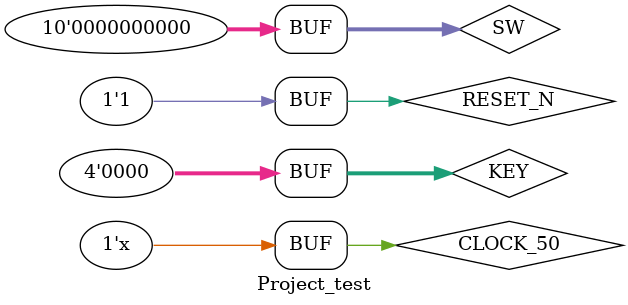
<source format=v>
`timescale 1ns/1ps

module Project_test();

reg CLOCK_50;
reg RESET_N;
reg [3:0] KEY;
reg [9:0] SW;

wire [6:0] HEX0;
wire [6:0] HEX1;
wire [6:0] HEX2;
wire [6:0] HEX3;
wire [6:0] HEX4;
wire [6:0] HEX5;
wire [9:0] LEDR;

Project myprj(
	.CLOCK_50(CLOCK_50),
	.RESET_N(RESET_N),
	.KEY(KEY),
	.SW(SW),
	.HEX0(HEX0),
	.HEX1(HEX1),
	.HEX2(HEX2),
	.HEX3(HEX3),
	.HEX4(HEX4),
	.HEX5(HEX5),
	.LEDR(LEDR)
);

initial begin	
	CLOCK_50 = 0;
	RESET_N = 0;
	KEY = 4'h0;
	SW = 10'h0;
	#20 RESET_N = 1;
end

always #1 CLOCK_50 = ~CLOCK_50;

endmodule

</source>
